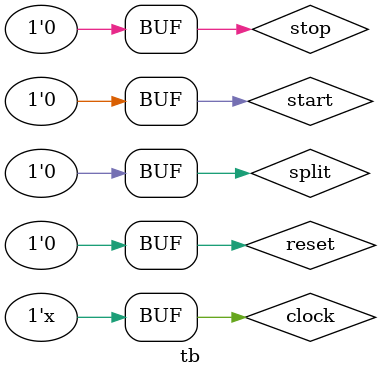
<source format=sv>
module tb;


logic clock;
logic reset;
logic start;
logic split;
logic stop;
logic [7:0] an;
logic [7:0] dec_cat;

always #5 clock = ~clock;

initial begin
    start = 0;
    stop = 0;
    split = 0;
    clock = 0;
    reset = 1;
    #30000
    reset = 0;
    #10
    start = 1;
    #20
    start = 0;
    #40000 
    //stop = 1;
    #20 
    //stop = 0;
    #200 
    //split = 1;
    #20 
    split = 0;
    #20000
    start  =1;
    #20
    start = 0;
    #40000
    //split = 1;
    #20
    split = 0;
    #300000
    //split = 1;
    #20
    split = 0;
    //#100000
    //stop = 1;
    //#20
    //stop = 0;
end

top #(100_000_000, 1)top_inst(
    .clock(clock),
    .reset(reset),
    .start(start),
    .split(split),
    .stop(stop),
    .an(an),
    .dec_cat(dec_cat)
);




endmodule
</source>
